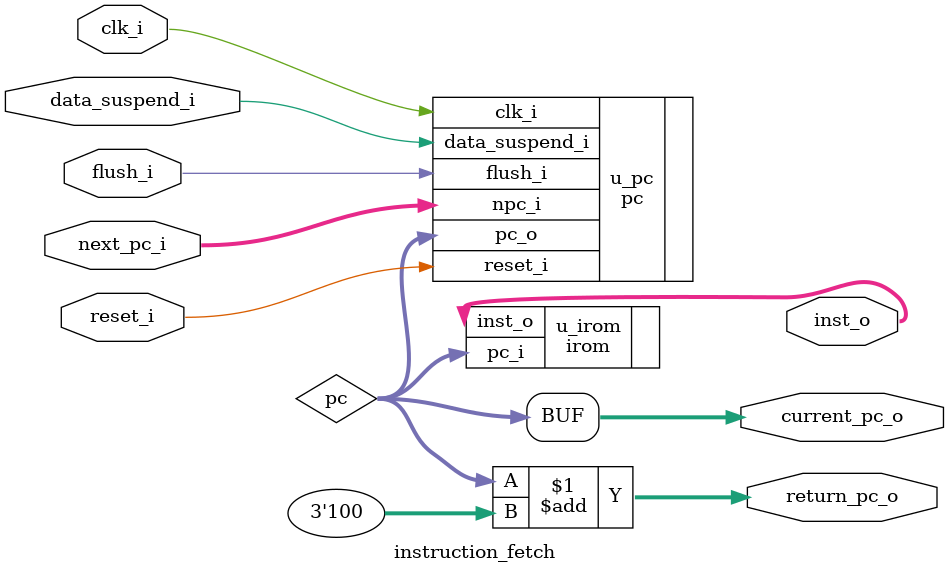
<source format=v>
`timescale 1ns / 1ps
module instruction_fetch(
    input         clk_i,
    input         reset_i,
    input  [31:0] next_pc_i,
    input         data_suspend_i,
    input         flush_i,
    output [31:0] inst_o,
    output [31:0] return_pc_o,
    output [31:0] current_pc_o     // 用于auipc
    );
    // wire [31:0] npc;
    wire [31:0] pc;
    assign current_pc_o = pc;
    assign return_pc_o = pc + 3'h4;
    pc u_pc(
        .npc_i          (next_pc_i),
        .clk_i          (clk_i),
        .reset_i        (reset_i),
        .data_suspend_i (data_suspend_i),
        .flush_i        (flush_i),
        .pc_o           (pc)
    );
    // npc模块转移到EXE中
    // npc u_npc(
    //     .reset_i    (reset_i),
    //     .pc_sel_i   (pc_sel_i),
    //     .pc_i       (pc),
    //     .offset_i   (offset_i),
    //     .rD1_i      (rD1_i),
    //     .branch_i   (branch_i),
    //     .next_pc_o  (npc),
    //     .pc_plus_4_o(return_pc_o)
    // // );
    irom u_irom(
        .pc_i  (pc),
        .inst_o(inst_o)
    );
    // prgom u_prgom(
    //     .pc_i  (pc),
    //     .inst_o(inst_o)
    // );
endmodule

</source>
